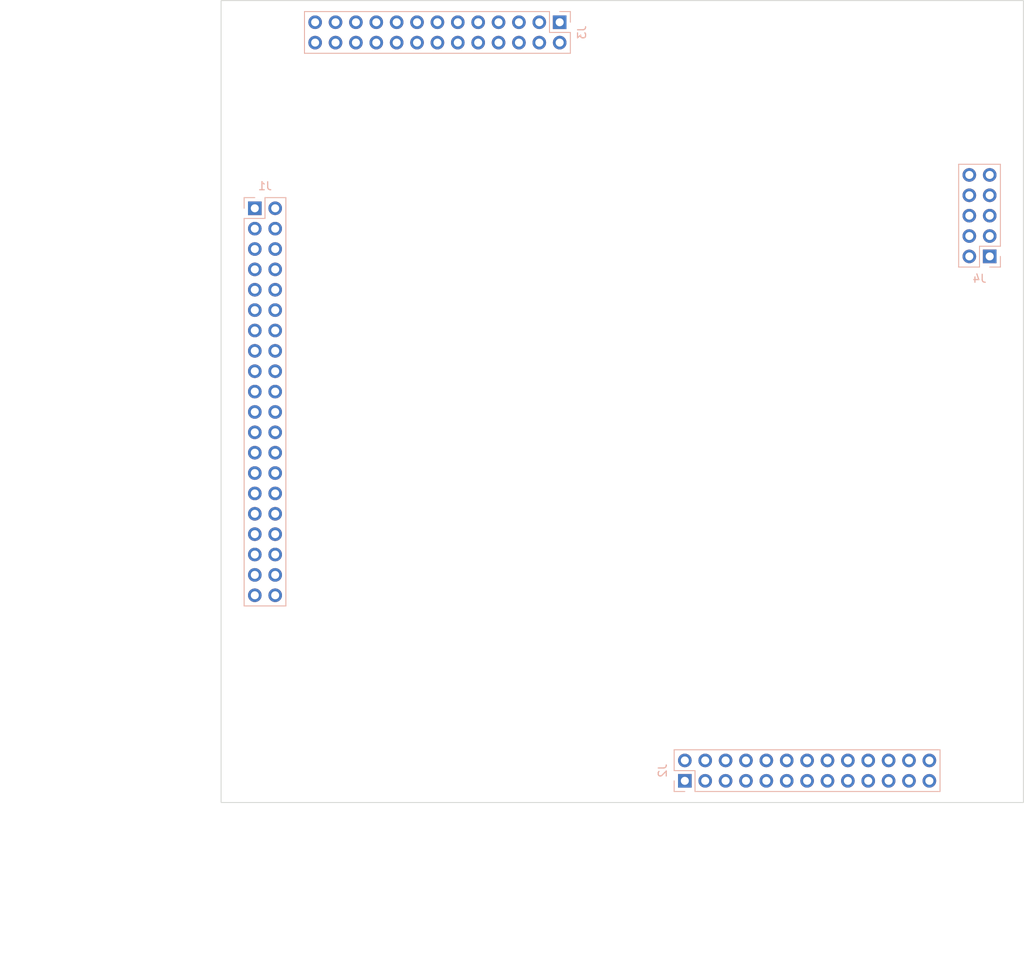
<source format=kicad_pcb>
(kicad_pcb (version 20211014) (generator pcbnew)
  (layers (0 "F.Cu" signal) (31 "B.Cu" signal) (34 "B.Paste" user) (35 "F.Paste" user) (36 "B.SilkS" user "B.Silkscreen") (37 "F.SilkS" user "F.Silkscreen") (38 "B.Mask" user) (39 "F.Mask" user) (44 "Edge.Cuts" user))
  (net 0 "")
  (net 1 "+5V")
  (net 2 "GND")
  (net 3 "D0")
  (net 4 "D1")
  (net 5 "D2")
  (net 6 "D3")
  (net 7 "D4")
  (net 8 "D5")
  (net 9 "D6")
  (net 10 "A0")
  (net 11 "A1")
  (net 12 "A2")
  (net 13 "A3")
  (net 14 "A4")
  (net 15 "A5")
  (net 16 "A6")
  (net 17 "A7")
  (net 18 "A8")
  (net 19 "A9")
  (net 20 "A10")
  (net 21 "A11")
  (net 22 "A12")
  (net 23 "A13")
  (net 24 "A14")
  (net 25 "A15")
  (net 26 "D7")
  (net 27 "XCSB0")
  (net 28 "XCSB1")
  (net 29 "XCSB2")
  (net 30 "VPB")
  (net 31 "IRQB")
  (net 32 "NMIB")
  (net 33 "RESB")
  (net 34 "MLB")
  (net 35 "SYNC")
  (net 36 "BE")
  (net 37 "RWB")
  (net 38 "PHI2")
  (net 39 "PIA_PB7")
  (net 40 "PIA_PB6")
  (net 41 "PIA_PB5")
  (net 42 "PIA_PB4")
  (net 43 "PIA_PB3")
  (net 44 "PIA_PB2")
  (net 45 "PIA_PB1")
  (net 46 "PIA_PB0")
  (net 47 "PIA_CB2")
  (net 48 "PIA_CB1")
  (net 49 "PIA_PA7")
  (net 50 "PIA_PA6")
  (net 51 "PIA_PA5")
  (net 52 "PIA_PA4")
  (net 53 "PIA_PA3")
  (net 54 "PIA_PA2")
  (net 55 "PIA_PA1")
  (net 56 "PIA_PA0")
  (net 57 "PIA_CA2")
  (net 58 "PIA_CA1")
  (net 59 "VIA_PB7")
  (net 60 "VIA_PB6")
  (net 61 "VIA_PB5")
  (net 62 "VIA_PB4")
  (net 63 "VIA_PB3")
  (net 64 "VIA_PB2")
  (net 65 "VIA_PB1")
  (net 66 "VIA_PB0")
  (net 67 "VIA_CB2")
  (net 68 "VIA_CB1")
  (net 69 "VIA_PA7")
  (net 70 "VIA_PA6")
  (net 71 "VIA_PA5")
  (net 72 "VIA_PA4")
  (net 73 "VIA_PA3")
  (net 74 "VIA_PA2")
  (net 75 "VIA_PA1")
  (net 76 "VIA_PA0")
  (net 77 "VIA_CA2")
  (net 78 "VIA_CA1")
  (net 79 "ACIA_RXC")
  (net 80 "ACIA_CTSB")
  (net 81 "ACIA_DCDB")
  (net 82 "ACIA_TXD")
  (net 83 "ACIA_DSRB")
  (net 84 "ACIA_RXD")
  (net 85 "ACIA_DTRB")
  (net 86 "ACIA_RTSB")
  (footprint "Connector_PinSocket_2.54mm:PinSocket_2x20_P2.54mm_Vertical" (layer "B.Cu") (at 75.2 44.9 180)
    (fp_text reference "J1" (at -1.27 2.77) (layer "B.SilkS") (effects (justify mirror)))
    (fp_text value "XBUS_02")
    (fp_line (start -1.27 1.33) (end -1.27 -1.27) (layer "B.SilkS") (width 0.12))
    (fp_line (start -3.87 1.33) (end -1.27 1.33) (layer "B.SilkS") (width 0.12))
    (fp_line (start -1.27 -1.27) (end 1.33 -1.27) (layer "B.SilkS") (width 0.12))
    (fp_line (start 0 1.33) (end 1.33 1.33) (layer "B.SilkS") (width 0.12))
    (fp_line (start -3.87 -49.59) (end 1.33 -49.59) (layer "B.SilkS") (width 0.12))
    (fp_line (start 1.33 1.33) (end 1.33 0) (layer "B.SilkS") (width 0.12))
    (fp_line (start -3.87 1.33) (end -3.87 -49.59) (layer "B.SilkS") (width 0.12))
    (fp_line (start 1.33 -1.27) (end 1.33 -49.59) (layer "B.SilkS") (width 0.12))
    (pad "1" thru_hole rect (at 0 0 180) (size 1.7 1.7) (drill 1) (layers *.Cu *.Mask) (net 1 "+5V"))
    (pad "2" thru_hole oval (at -2.54 0 180) (size 1.7 1.7) (drill 1) (layers *.Cu *.Mask) (net 2 "GND"))
    (pad "3" thru_hole oval (at 0 -2.54 180) (size 1.7 1.7) (drill 1) (layers *.Cu *.Mask) (net 3 "D0"))
    (pad "4" thru_hole oval (at -2.54 -2.54 180) (size 1.7 1.7) (drill 1) (layers *.Cu *.Mask) (net 4 "D1"))
    (pad "5" thru_hole oval (at 0 -5.08 180) (size 1.7 1.7) (drill 1) (layers *.Cu *.Mask) (net 5 "D2"))
    (pad "6" thru_hole oval (at -2.54 -5.08 180) (size 1.7 1.7) (drill 1) (layers *.Cu *.Mask) (net 6 "D3"))
    (pad "7" thru_hole oval (at 0 -7.62 180) (size 1.7 1.7) (drill 1) (layers *.Cu *.Mask) (net 7 "D4"))
    (pad "8" thru_hole oval (at -2.54 -7.62 180) (size 1.7 1.7) (drill 1) (layers *.Cu *.Mask) (net 8 "D5"))
    (pad "9" thru_hole oval (at 0 -10.16 180) (size 1.7 1.7) (drill 1) (layers *.Cu *.Mask) (net 9 "D6"))
    (pad "10" thru_hole oval (at -2.54 -10.16 180) (size 1.7 1.7) (drill 1) (layers *.Cu *.Mask) (net 26 "D7"))
    (pad "11" thru_hole oval (at 0 -12.7 180) (size 1.7 1.7) (drill 1) (layers *.Cu *.Mask) (net 10 "A0"))
    (pad "12" thru_hole oval (at -2.54 -12.7 180) (size 1.7 1.7) (drill 1) (layers *.Cu *.Mask) (net 11 "A1"))
    (pad "13" thru_hole oval (at 0 -15.24 180) (size 1.7 1.7) (drill 1) (layers *.Cu *.Mask) (net 12 "A2"))
    (pad "14" thru_hole oval (at -2.54 -15.24 180) (size 1.7 1.7) (drill 1) (layers *.Cu *.Mask) (net 13 "A3"))
    (pad "15" thru_hole oval (at 0 -17.78 180) (size 1.7 1.7) (drill 1) (layers *.Cu *.Mask) (net 14 "A4"))
    (pad "16" thru_hole oval (at -2.54 -17.78 180) (size 1.7 1.7) (drill 1) (layers *.Cu *.Mask) (net 15 "A5"))
    (pad "17" thru_hole oval (at 0 -20.32 180) (size 1.7 1.7) (drill 1) (layers *.Cu *.Mask) (net 16 "A6"))
    (pad "18" thru_hole oval (at -2.54 -20.32 180) (size 1.7 1.7) (drill 1) (layers *.Cu *.Mask) (net 17 "A7"))
    (pad "19" thru_hole oval (at 0 -22.86 180) (size 1.7 1.7) (drill 1) (layers *.Cu *.Mask) (net 18 "A8"))
    (pad "20" thru_hole oval (at -2.54 -22.86 180) (size 1.7 1.7) (drill 1) (layers *.Cu *.Mask) (net 19 "A9"))
    (pad "21" thru_hole oval (at 0 -25.4 180) (size 1.7 1.7) (drill 1) (layers *.Cu *.Mask) (net 20 "A10"))
    (pad "22" thru_hole oval (at -2.54 -25.4 180) (size 1.7 1.7) (drill 1) (layers *.Cu *.Mask) (net 21 "A11"))
    (pad "23" thru_hole oval (at 0 -27.94 180) (size 1.7 1.7) (drill 1) (layers *.Cu *.Mask) (net 22 "A12"))
    (pad "24" thru_hole oval (at -2.54 -27.94 180) (size 1.7 1.7) (drill 1) (layers *.Cu *.Mask) (net 23 "A13"))
    (pad "25" thru_hole oval (at 0 -30.48 180) (size 1.7 1.7) (drill 1) (layers *.Cu *.Mask) (net 24 "A14"))
    (pad "26" thru_hole oval (at -2.54 -30.48 180) (size 1.7 1.7) (drill 1) (layers *.Cu *.Mask) (net 25 "A15"))
    (pad "27" thru_hole oval (at 0 -33.02 180) (size 1.7 1.7) (drill 1) (layers *.Cu *.Mask) (net 27 "XCSB0"))
    (pad "28" thru_hole oval (at -2.54 -33.02 180) (size 1.7 1.7) (drill 1) (layers *.Cu *.Mask) (net 28 "XCSB1"))
    (pad "29" thru_hole oval (at 0 -35.56 180) (size 1.7 1.7) (drill 1) (layers *.Cu *.Mask) (net 29 "XCSB2"))
    (pad "30" thru_hole oval (at -2.54 -35.56 180) (size 1.7 1.7) (drill 1) (layers *.Cu *.Mask) (net 30 "VPB"))
    (pad "31" thru_hole oval (at 0 -38.1 180) (size 1.7 1.7) (drill 1) (layers *.Cu *.Mask) (net 31 "IRQB"))
    (pad "32" thru_hole oval (at -2.54 -38.1 180) (size 1.7 1.7) (drill 1) (layers *.Cu *.Mask) (net 32 "NMIB"))
    (pad "33" thru_hole oval (at 0 -40.64 180) (size 1.7 1.7) (drill 1) (layers *.Cu *.Mask) (net 33 "RESB"))
    (pad "34" thru_hole oval (at -2.54 -40.64 180) (size 1.7 1.7) (drill 1) (layers *.Cu *.Mask) (net 34 "MLB"))
    (pad "35" thru_hole oval (at 0 -43.18 180) (size 1.7 1.7) (drill 1) (layers *.Cu *.Mask) (net 35 "SYNC"))
    (pad "36" thru_hole oval (at -2.54 -43.18 180) (size 1.7 1.7) (drill 1) (layers *.Cu *.Mask) (net 36 "BE"))
    (pad "37" thru_hole oval (at 0 -45.72 180) (size 1.7 1.7) (drill 1) (layers *.Cu *.Mask) (net 37 "RWB"))
    (pad "38" thru_hole oval (at -2.54 -45.72 180) (size 1.7 1.7) (drill 1) (layers *.Cu *.Mask) (net 38 "PHI2"))
    (pad "39" thru_hole oval (at 0 -48.26 180) (size 1.7 1.7) (drill 1) (layers *.Cu *.Mask) (net 2 "GND"))
    (pad "40" thru_hole oval (at -2.54 -48.26 180) (size 1.7 1.7) (drill 1) (layers *.Cu *.Mask) (net 1 "+5V"))
  )
  (footprint "Connector_PinSocket_2.54mm:PinSocket_2x05_P2.54mm_Vertical" (layer "B.Cu") (at 166.8 50.9)
    (fp_text reference "J4" (at -1.27 2.77) (layer "B.SilkS") (effects (justify mirror)))
    (fp_text value "ACIA_INT")
    (fp_line (start 0 1.33) (end 1.33 1.33) (layer "B.SilkS") (width 0.12))
    (fp_line (start -3.87 1.33) (end -3.87 -11.49) (layer "B.SilkS") (width 0.12))
    (fp_line (start -1.27 1.33) (end -1.27 -1.27) (layer "B.SilkS") (width 0.12))
    (fp_line (start 1.33 -1.27) (end 1.33 -11.49) (layer "B.SilkS") (width 0.12))
    (fp_line (start -3.87 -11.49) (end 1.33 -11.49) (layer "B.SilkS") (width 0.12))
    (fp_line (start 1.33 1.33) (end 1.33 0) (layer "B.SilkS") (width 0.12))
    (fp_line (start -3.87 1.33) (end -1.27 1.33) (layer "B.SilkS") (width 0.12))
    (fp_line (start -1.27 -1.27) (end 1.33 -1.27) (layer "B.SilkS") (width 0.12))
    (pad "1" thru_hole rect (at 0 0) (size 1.7 1.7) (drill 1) (layers *.Cu *.Mask) (net 1 "+5V"))
    (pad "2" thru_hole oval (at -2.54 0) (size 1.7 1.7) (drill 1) (layers *.Cu *.Mask) (net 2 "GND"))
    (pad "3" thru_hole oval (at 0 -2.54) (size 1.7 1.7) (drill 1) (layers *.Cu *.Mask) (net 86 "ACIA_RTSB"))
    (pad "4" thru_hole oval (at -2.54 -2.54) (size 1.7 1.7) (drill 1) (layers *.Cu *.Mask) (net 85 "ACIA_DTRB"))
    (pad "5" thru_hole oval (at 0 -5.08) (size 1.7 1.7) (drill 1) (layers *.Cu *.Mask) (net 84 "ACIA_RXD"))
    (pad "6" thru_hole oval (at -2.54 -5.08) (size 1.7 1.7) (drill 1) (layers *.Cu *.Mask) (net 83 "ACIA_DSRB"))
    (pad "7" thru_hole oval (at 0 -7.62) (size 1.7 1.7) (drill 1) (layers *.Cu *.Mask) (net 82 "ACIA_TXD"))
    (pad "8" thru_hole oval (at -2.54 -7.62) (size 1.7 1.7) (drill 1) (layers *.Cu *.Mask) (net 81 "ACIA_DCDB"))
    (pad "9" thru_hole oval (at 0 -10.16) (size 1.7 1.7) (drill 1) (layers *.Cu *.Mask) (net 80 "ACIA_CTSB"))
    (pad "10" thru_hole oval (at -2.54 -10.16) (size 1.7 1.7) (drill 1) (layers *.Cu *.Mask) (net 79 "ACIA_RXC"))
  )
  (footprint "Connector_PinSocket_2.54mm:PinSocket_2x13_P2.54mm_Vertical" (layer "B.Cu") (at 113.2 21.7 90)
    (fp_text reference "J3" (at -1.27 2.77 90) (layer "B.SilkS") (effects (justify mirror)))
    (fp_text value "VIA_INT")
    (fp_line (start 1.33 -1.27) (end 1.33 -31.81) (layer "B.SilkS") (width 0.12))
    (fp_line (start -3.87 1.33) (end -1.27 1.33) (layer "B.SilkS") (width 0.12))
    (fp_line (start 0 1.33) (end 1.33 1.33) (layer "B.SilkS") (width 0.12))
    (fp_line (start -1.27 1.33) (end -1.27 -1.27) (layer "B.SilkS") (width 0.12))
    (fp_line (start 1.33 1.33) (end 1.33 0) (layer "B.SilkS") (width 0.12))
    (fp_line (start -3.87 -31.81) (end 1.33 -31.81) (layer "B.SilkS") (width 0.12))
    (fp_line (start -1.27 -1.27) (end 1.33 -1.27) (layer "B.SilkS") (width 0.12))
    (fp_line (start -3.87 1.33) (end -3.87 -31.81) (layer "B.SilkS") (width 0.12))
    (pad "1" thru_hole rect (at 0 0 90) (size 1.7 1.7) (drill 1) (layers *.Cu *.Mask) (net 1 "+5V"))
    (pad "2" thru_hole oval (at -2.54 0 90) (size 1.7 1.7) (drill 1) (layers *.Cu *.Mask) (net 2 "GND"))
    (pad "3" thru_hole oval (at 0 -2.54 90) (size 1.7 1.7) (drill 1) (layers *.Cu *.Mask) (net 78 "VIA_CA1"))
    (pad "4" thru_hole oval (at -2.54 -2.54 90) (size 1.7 1.7) (drill 1) (layers *.Cu *.Mask) (net 77 "VIA_CA2"))
    (pad "5" thru_hole oval (at 0 -5.08 90) (size 1.7 1.7) (drill 1) (layers *.Cu *.Mask) (net 76 "VIA_PA0"))
    (pad "6" thru_hole oval (at -2.54 -5.08 90) (size 1.7 1.7) (drill 1) (layers *.Cu *.Mask) (net 75 "VIA_PA1"))
    (pad "7" thru_hole oval (at 0 -7.62 90) (size 1.7 1.7) (drill 1) (layers *.Cu *.Mask) (net 74 "VIA_PA2"))
    (pad "8" thru_hole oval (at -2.54 -7.62 90) (size 1.7 1.7) (drill 1) (layers *.Cu *.Mask) (net 73 "VIA_PA3"))
    (pad "9" thru_hole oval (at 0 -10.16 90) (size 1.7 1.7) (drill 1) (layers *.Cu *.Mask) (net 72 "VIA_PA4"))
    (pad "10" thru_hole oval (at -2.54 -10.16 90) (size 1.7 1.7) (drill 1) (layers *.Cu *.Mask) (net 71 "VIA_PA5"))
    (pad "11" thru_hole oval (at 0 -12.7 90) (size 1.7 1.7) (drill 1) (layers *.Cu *.Mask) (net 70 "VIA_PA6"))
    (pad "12" thru_hole oval (at -2.54 -12.7 90) (size 1.7 1.7) (drill 1) (layers *.Cu *.Mask) (net 69 "VIA_PA7"))
    (pad "13" thru_hole oval (at 0 -15.24 90) (size 1.7 1.7) (drill 1) (layers *.Cu *.Mask) (net 2 "GND"))
    (pad "14" thru_hole oval (at -2.54 -15.24 90) (size 1.7 1.7) (drill 1) (layers *.Cu *.Mask) (net 2 "GND"))
    (pad "15" thru_hole oval (at 0 -17.78 90) (size 1.7 1.7) (drill 1) (layers *.Cu *.Mask) (net 68 "VIA_CB1"))
    (pad "16" thru_hole oval (at -2.54 -17.78 90) (size 1.7 1.7) (drill 1) (layers *.Cu *.Mask) (net 67 "VIA_CB2"))
    (pad "17" thru_hole oval (at 0 -20.32 90) (size 1.7 1.7) (drill 1) (layers *.Cu *.Mask) (net 66 "VIA_PB0"))
    (pad "18" thru_hole oval (at -2.54 -20.32 90) (size 1.7 1.7) (drill 1) (layers *.Cu *.Mask) (net 65 "VIA_PB1"))
    (pad "19" thru_hole oval (at 0 -22.86 90) (size 1.7 1.7) (drill 1) (layers *.Cu *.Mask) (net 64 "VIA_PB2"))
    (pad "20" thru_hole oval (at -2.54 -22.86 90) (size 1.7 1.7) (drill 1) (layers *.Cu *.Mask) (net 63 "VIA_PB3"))
    (pad "21" thru_hole oval (at 0 -25.4 90) (size 1.7 1.7) (drill 1) (layers *.Cu *.Mask) (net 62 "VIA_PB4"))
    (pad "22" thru_hole oval (at -2.54 -25.4 90) (size 1.7 1.7) (drill 1) (layers *.Cu *.Mask) (net 61 "VIA_PB5"))
    (pad "23" thru_hole oval (at 0 -27.94 90) (size 1.7 1.7) (drill 1) (layers *.Cu *.Mask) (net 60 "VIA_PB6"))
    (pad "24" thru_hole oval (at -2.54 -27.94 90) (size 1.7 1.7) (drill 1) (layers *.Cu *.Mask) (net 59 "VIA_PB7"))
    (pad "25" thru_hole oval (at 0 -30.48 90) (size 1.7 1.7) (drill 1) (layers *.Cu *.Mask) (net 2 "GND"))
    (pad "26" thru_hole oval (at -2.54 -30.48 90) (size 1.7 1.7) (drill 1) (layers *.Cu *.Mask) (net 1 "+5V"))
  )
  (footprint "Connector_PinSocket_2.54mm:PinSocket_2x13_P2.54mm_Vertical" (layer "B.Cu") (at 128.8 116.3 -90)
    (fp_text reference "J2" (at -1.27 2.77 90) (layer "B.SilkS") (effects (justify mirror)))
    (fp_text value "PIA_INT")
    (fp_line (start -1.27 -1.27) (end 1.33 -1.27) (layer "B.SilkS") (width 0.12))
    (fp_line (start -3.87 1.33) (end -1.27 1.33) (layer "B.SilkS") (width 0.12))
    (fp_line (start -1.27 1.33) (end -1.27 -1.27) (layer "B.SilkS") (width 0.12))
    (fp_line (start 1.33 -1.27) (end 1.33 -31.81) (layer "B.SilkS") (width 0.12))
    (fp_line (start -3.87 1.33) (end -3.87 -31.81) (layer "B.SilkS") (width 0.12))
    (fp_line (start 0 1.33) (end 1.33 1.33) (layer "B.SilkS") (width 0.12))
    (fp_line (start 1.33 1.33) (end 1.33 0) (layer "B.SilkS") (width 0.12))
    (fp_line (start -3.87 -31.81) (end 1.33 -31.81) (layer "B.SilkS") (width 0.12))
    (pad "1" thru_hole rect (at 0 0 270) (size 1.7 1.7) (drill 1) (layers *.Cu *.Mask) (net 1 "+5V"))
    (pad "2" thru_hole oval (at -2.54 0 270) (size 1.7 1.7) (drill 1) (layers *.Cu *.Mask) (net 2 "GND"))
    (pad "3" thru_hole oval (at 0 -2.54 270) (size 1.7 1.7) (drill 1) (layers *.Cu *.Mask) (net 58 "PIA_CA1"))
    (pad "4" thru_hole oval (at -2.54 -2.54 270) (size 1.7 1.7) (drill 1) (layers *.Cu *.Mask) (net 57 "PIA_CA2"))
    (pad "5" thru_hole oval (at 0 -5.08 270) (size 1.7 1.7) (drill 1) (layers *.Cu *.Mask) (net 56 "PIA_PA0"))
    (pad "6" thru_hole oval (at -2.54 -5.08 270) (size 1.7 1.7) (drill 1) (layers *.Cu *.Mask) (net 55 "PIA_PA1"))
    (pad "7" thru_hole oval (at 0 -7.62 270) (size 1.7 1.7) (drill 1) (layers *.Cu *.Mask) (net 54 "PIA_PA2"))
    (pad "8" thru_hole oval (at -2.54 -7.62 270) (size 1.7 1.7) (drill 1) (layers *.Cu *.Mask) (net 53 "PIA_PA3"))
    (pad "9" thru_hole oval (at 0 -10.16 270) (size 1.7 1.7) (drill 1) (layers *.Cu *.Mask) (net 52 "PIA_PA4"))
    (pad "10" thru_hole oval (at -2.54 -10.16 270) (size 1.7 1.7) (drill 1) (layers *.Cu *.Mask) (net 51 "PIA_PA5"))
    (pad "11" thru_hole oval (at 0 -12.7 270) (size 1.7 1.7) (drill 1) (layers *.Cu *.Mask) (net 50 "PIA_PA6"))
    (pad "12" thru_hole oval (at -2.54 -12.7 270) (size 1.7 1.7) (drill 1) (layers *.Cu *.Mask) (net 49 "PIA_PA7"))
    (pad "13" thru_hole oval (at 0 -15.24 270) (size 1.7 1.7) (drill 1) (layers *.Cu *.Mask) (net 2 "GND"))
    (pad "14" thru_hole oval (at -2.54 -15.24 270) (size 1.7 1.7) (drill 1) (layers *.Cu *.Mask) (net 2 "GND"))
    (pad "15" thru_hole oval (at 0 -17.78 270) (size 1.7 1.7) (drill 1) (layers *.Cu *.Mask) (net 48 "PIA_CB1"))
    (pad "16" thru_hole oval (at -2.54 -17.78 270) (size 1.7 1.7) (drill 1) (layers *.Cu *.Mask) (net 47 "PIA_CB2"))
    (pad "17" thru_hole oval (at 0 -20.32 270) (size 1.7 1.7) (drill 1) (layers *.Cu *.Mask) (net 46 "PIA_PB0"))
    (pad "18" thru_hole oval (at -2.54 -20.32 270) (size 1.7 1.7) (drill 1) (layers *.Cu *.Mask) (net 45 "PIA_PB1"))
    (pad "19" thru_hole oval (at 0 -22.86 270) (size 1.7 1.7) (drill 1) (layers *.Cu *.Mask) (net 44 "PIA_PB2"))
    (pad "20" thru_hole oval (at -2.54 -22.86 270) (size 1.7 1.7) (drill 1) (layers *.Cu *.Mask) (net 43 "PIA_PB3"))
    (pad "21" thru_hole oval (at 0 -25.4 270) (size 1.7 1.7) (drill 1) (layers *.Cu *.Mask) (net 42 "PIA_PB4"))
    (pad "22" thru_hole oval (at -2.54 -25.4 270) (size 1.7 1.7) (drill 1) (layers *.Cu *.Mask) (net 41 "PIA_PB5"))
    (pad "23" thru_hole oval (at 0 -27.94 270) (size 1.7 1.7) (drill 1) (layers *.Cu *.Mask) (net 40 "PIA_PB6"))
    (pad "24" thru_hole oval (at -2.54 -27.94 270) (size 1.7 1.7) (drill 1) (layers *.Cu *.Mask) (net 39 "PIA_PB7"))
    (pad "25" thru_hole oval (at 0 -30.48 270) (size 1.7 1.7) (drill 1) (layers *.Cu *.Mask) (net 2 "GND"))
    (pad "26" thru_hole oval (at -2.54 -30.48 270) (size 1.7 1.7) (drill 1) (layers *.Cu *.Mask) (net 1 "+5V"))
  )
  (gr_rect locked (start 71 19) (end 171 119) (layer "Edge.Cuts") (width 0.1) (fill none))
)
</source>
